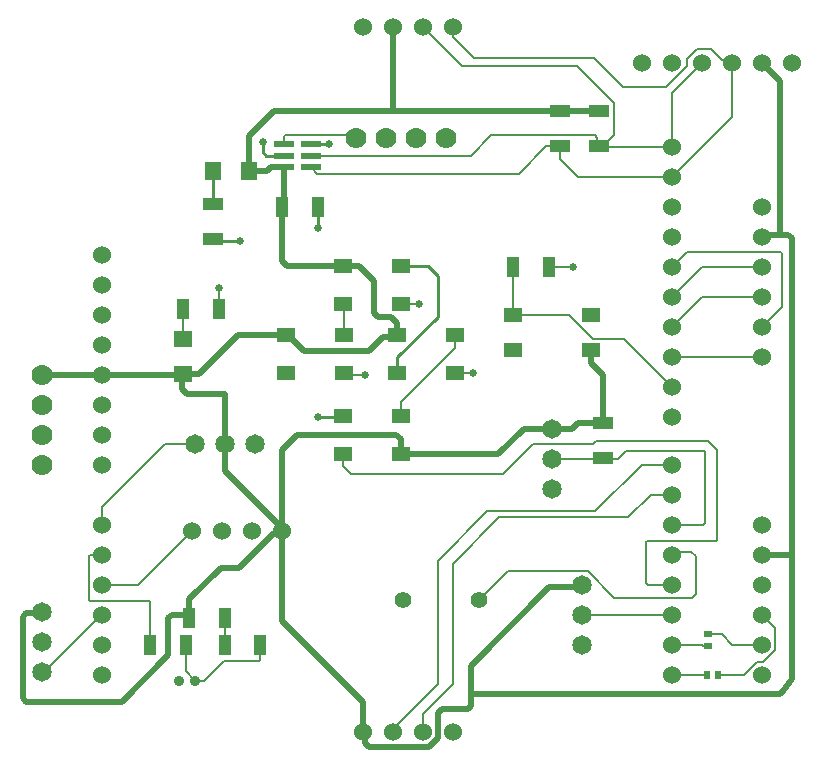
<source format=gtl>
G04*
G04 #@! TF.GenerationSoftware,Altium Limited,Altium Designer,24.3.1 (35)*
G04*
G04 Layer_Physical_Order=1*
G04 Layer_Color=255*
%FSLAX44Y44*%
%MOMM*%
G71*
G04*
G04 #@! TF.SameCoordinates,5EED45F6-1682-4EC0-A4BB-04ECB5DEF22F*
G04*
G04*
G04 #@! TF.FilePolarity,Positive*
G04*
G01*
G75*
%ADD10C,0.2540*%
%ADD12C,0.1524*%
%ADD15R,0.6000X0.7000*%
%ADD16R,0.7000X0.6000*%
G04:AMPARAMS|DCode=17|XSize=1.61mm|YSize=0.59mm|CornerRadius=0.0738mm|HoleSize=0mm|Usage=FLASHONLY|Rotation=180.000|XOffset=0mm|YOffset=0mm|HoleType=Round|Shape=RoundedRectangle|*
%AMROUNDEDRECTD17*
21,1,1.6100,0.4425,0,0,180.0*
21,1,1.4625,0.5900,0,0,180.0*
1,1,0.1475,-0.7313,0.2213*
1,1,0.1475,0.7313,0.2213*
1,1,0.1475,0.7313,-0.2213*
1,1,0.1475,-0.7313,-0.2213*
%
%ADD17ROUNDEDRECTD17*%
%ADD18R,1.1176X1.8034*%
%ADD19R,1.5000X1.2000*%
%ADD20R,1.8034X1.1176*%
%ADD21R,1.5748X1.2065*%
%ADD22R,1.3970X1.6002*%
%ADD23R,1.6002X1.3970*%
%ADD37C,0.5080*%
%ADD38C,1.6500*%
%ADD39C,1.5240*%
%ADD40C,1.7780*%
%ADD41C,1.4080*%
%ADD42C,0.9000*%
%ADD43C,0.6350*%
D10*
X266700Y254000D02*
X287147D01*
X219710Y477879D02*
Y486410D01*
Y477879D02*
X222538Y475051D01*
X237399D01*
X237470Y474980D01*
X260370Y484480D02*
X260700Y484810D01*
X275260D01*
X275590Y485140D01*
X177800Y434086D02*
Y462026D01*
X178054Y462280D01*
X266700Y414020D02*
Y431546D01*
X266446Y431800D02*
X266700Y431546D01*
X179324Y402590D02*
X200660D01*
X177800Y404114D02*
X179324Y402590D01*
X333756Y304174D02*
X368300Y338718D01*
X333756Y291211D02*
Y304174D01*
X336804Y381889D02*
X359791D01*
X368300Y373380D01*
Y338718D02*
Y373380D01*
X288544Y291211D02*
X290195Y289560D01*
X288036Y349631D02*
X288544Y349123D01*
X336804Y349631D02*
X337693Y350520D01*
X382524Y291211D02*
X383413Y292100D01*
X287147Y254000D02*
X288036Y254889D01*
X507746Y218440D02*
X508000Y218694D01*
D12*
X337693Y350520D02*
X338963Y349250D01*
X351790D01*
X383413Y292100D02*
X384683Y290830D01*
X397510D01*
X290195Y289560D02*
X306070D01*
X596900Y69850D02*
X608330D01*
X617220Y60960D02*
X642620D01*
X608330Y69850D02*
X617220Y60960D01*
X593010Y59850D02*
X596900D01*
X591900Y60960D02*
X593010Y59850D01*
X566420Y60960D02*
X591900D01*
X642620Y86360D02*
X653542Y75438D01*
Y56436D02*
Y75438D01*
X638096Y46482D02*
X643588D01*
X627174Y35560D02*
X638096Y46482D01*
X643588D02*
X653542Y56436D01*
X605630Y35560D02*
X627174D01*
X566420D02*
X595630D01*
X462026Y381000D02*
X482600D01*
X398780Y557530D02*
X500380D01*
X381123Y575187D02*
Y584077D01*
X381000Y584200D02*
X381123Y584077D01*
Y575187D02*
X398780Y557530D01*
X579120Y556466D02*
X587804Y565150D01*
X579120Y550974D02*
Y556466D01*
X561546Y533400D02*
X579120Y550974D01*
X524510Y533400D02*
X561546D01*
X500380Y557530D02*
X524510Y533400D01*
X587804Y565150D02*
X599440D01*
X608564Y556026D01*
X614914D01*
X617220Y553720D01*
X566420Y381000D02*
X579120Y393700D01*
X658237D02*
X659130Y392807D01*
Y346710D02*
Y392807D01*
X579120Y393700D02*
X658237D01*
X642620Y330200D02*
X659130Y346710D01*
X154686Y38354D02*
X162560Y30480D01*
X170180D01*
X448310Y231140D02*
X499110D01*
X422910Y205740D02*
X448310Y231140D01*
X499110D02*
X501650Y233680D01*
X596900D01*
X604520Y226060D01*
X294640Y205740D02*
X422910D01*
X594360Y164048D02*
Y223897D01*
X527050Y224790D02*
X593467D01*
X520700Y218440D02*
X527050Y224790D01*
X593467D02*
X594360Y223897D01*
X507746Y218440D02*
X520700D01*
X592872Y162560D02*
X594360Y164048D01*
X186690Y46990D02*
X217039D01*
X170180Y30480D02*
X186690Y46990D01*
X217039D02*
X217932Y47883D01*
Y60960D01*
X154686Y38354D02*
Y60960D01*
X566420Y137160D02*
X568960Y139700D01*
X582712D02*
X586740Y135672D01*
X568960Y139700D02*
X582712D01*
X517479Y100838D02*
X583438D01*
X586740Y104140D02*
Y135672D01*
X583438Y100838D02*
X586740Y104140D01*
X546100Y111760D02*
X566420D01*
X544287Y113573D02*
Y147697D01*
Y113573D02*
X546100Y111760D01*
X604520Y149483D02*
Y226060D01*
X544287Y147697D02*
X545179Y148590D01*
X603627D02*
X604520Y149483D01*
X545179Y148590D02*
X603627D01*
X436880Y459740D02*
X459994Y482854D01*
X266110Y459740D02*
X436880D01*
X260370Y465480D02*
X266110Y459740D01*
X396240Y474980D02*
X413512Y492252D01*
X260370Y474980D02*
X396240D01*
X413512Y492252D02*
X500888D01*
X459994Y482854D02*
X471170D01*
Y472440D02*
Y482854D01*
Y472440D02*
X486410Y457200D01*
X566420D01*
X471170Y482854D02*
X474599D01*
X500888Y492252D02*
X503305Y489835D01*
X507619Y482600D02*
X566420D01*
X503305Y483739D02*
X504190Y482854D01*
X503305Y483739D02*
Y489835D01*
X504190Y482854D02*
X507619D01*
X237470Y490637D02*
X238958Y492125D01*
X237470Y484480D02*
Y490637D01*
X238958Y492125D02*
X296545D01*
X298450Y490220D01*
X388919Y550881D02*
X486128D01*
X517017Y519992D01*
Y492252D02*
Y519992D01*
X566420Y482600D02*
Y528320D01*
X507619Y482854D02*
X517017Y492252D01*
X355600Y584200D02*
X388919Y550881D01*
X566420Y457200D02*
X617220Y508000D01*
Y553720D01*
X566420Y355600D02*
X591820Y381000D01*
X642620D01*
X566420Y330200D02*
X591820Y355600D01*
X642620D01*
X566420Y304800D02*
X642620D01*
X566420Y528320D02*
X591820Y553720D01*
X330200Y-12700D02*
Y-10160D01*
X368300Y132080D02*
X409992Y173772D01*
X368300Y27940D02*
Y132080D01*
X330200Y-10160D02*
X368300Y27940D01*
X355600Y2540D02*
X381000Y27940D01*
X355600Y-12700D02*
Y2540D01*
X381000Y27940D02*
Y129540D01*
X33020Y38100D02*
X34290D01*
X82550Y86360D01*
X83820D01*
X381000Y129540D02*
X420152Y168692D01*
X528936D01*
X409992Y173772D02*
X501432D01*
X541020Y213360D02*
X566420D01*
X501432Y173772D02*
X541020Y213360D01*
X548204Y187960D02*
X566420D01*
X528936Y168692D02*
X548204Y187960D01*
X495005Y123312D02*
X517479Y100838D01*
X403340Y99060D02*
X427592Y123312D01*
X495005D01*
X490220Y86360D02*
X566420D01*
X288036Y212344D02*
X294640Y205740D01*
X152400Y320040D02*
Y345186D01*
X152654Y345440D01*
X336804Y266319D02*
X382524Y312039D01*
X336804Y254889D02*
Y266319D01*
X382524Y312039D02*
Y323469D01*
X288036Y212344D02*
Y222631D01*
X288544Y323469D02*
Y349123D01*
X182626Y345440D02*
X182880Y345694D01*
Y363220D01*
X431820Y380766D02*
X432054Y381000D01*
X431820Y340120D02*
Y380766D01*
X525890Y319930D02*
X566420Y279400D01*
X499122Y319930D02*
X525890D01*
X478932Y340120D02*
X499122Y319930D01*
X431820Y340120D02*
X478932D01*
X464820Y218440D02*
X507746D01*
X566420Y162560D02*
X592872D01*
X83820Y111760D02*
X114300D01*
X160020Y157480D01*
X83820Y162560D02*
Y177800D01*
X137160Y231140D01*
X162560D01*
X73283Y137160D02*
X83820D01*
X72390Y136267D02*
X73283Y137160D01*
X72390Y98683D02*
Y136267D01*
X123821Y97790D02*
X124714Y96897D01*
Y60960D02*
Y96897D01*
X73283Y97790D02*
X123821D01*
X72390Y98683D02*
X73283Y97790D01*
X187960Y60960D02*
Y83566D01*
X187706Y83820D02*
X187960Y83566D01*
X154320Y60594D02*
X154686Y60960D01*
D15*
X605630Y35560D02*
D03*
X595630D02*
D03*
D16*
X596900Y69850D02*
D03*
Y59850D02*
D03*
D17*
X260370Y484480D02*
D03*
Y474980D02*
D03*
Y465480D02*
D03*
X237470D02*
D03*
Y474980D02*
D03*
Y484480D02*
D03*
D18*
X154686Y60960D02*
D03*
X124714D02*
D03*
X266446Y431800D02*
D03*
X236474D02*
D03*
X182626Y345440D02*
D03*
X152654D02*
D03*
X217932Y60960D02*
D03*
X187960D02*
D03*
X157734Y83820D02*
D03*
X187706D02*
D03*
X432054Y381000D02*
D03*
X462026D02*
D03*
D19*
X497820Y340120D02*
D03*
X431820Y310120D02*
D03*
Y340120D02*
D03*
X497820Y310120D02*
D03*
D20*
X471170Y512826D02*
D03*
Y482854D02*
D03*
X177800Y404114D02*
D03*
Y434086D02*
D03*
X508000Y248666D02*
D03*
Y218694D02*
D03*
X504190Y482854D02*
D03*
Y512826D02*
D03*
D21*
X382524Y323469D02*
D03*
X333756D02*
D03*
X382524Y291211D02*
D03*
X333756D02*
D03*
X288544Y323469D02*
D03*
X239776D02*
D03*
X288544Y291211D02*
D03*
X239776D02*
D03*
X336804Y381889D02*
D03*
X288036D02*
D03*
X336804Y349631D02*
D03*
X288036D02*
D03*
Y222631D02*
D03*
X336804D02*
D03*
X288036Y254889D02*
D03*
X336804D02*
D03*
D22*
X178054Y462280D02*
D03*
X208026D02*
D03*
D23*
X152400Y320040D02*
D03*
Y290068D02*
D03*
D37*
X16510Y15676D02*
Y84635D01*
X19486Y87611D02*
X31731D01*
X16510Y84635D02*
X19486Y87611D01*
X16510Y15676D02*
X19486Y12700D01*
X100330D01*
X31731Y87611D02*
X33020Y88900D01*
X440690Y243840D02*
X464820D01*
X336804Y222631D02*
X419481D01*
X440690Y243840D01*
X464820D02*
X482012D01*
X657860Y407988D02*
X664887D01*
X657860D02*
Y538480D01*
X642620Y406400D02*
X644208Y407988D01*
X657860D01*
X667863Y137160D02*
Y405012D01*
X664887Y407988D02*
X667863Y405012D01*
Y31848D02*
Y137160D01*
X642620Y553720D02*
X657860Y538480D01*
X139700Y52070D02*
Y83384D01*
X100330Y12700D02*
X139700Y52070D01*
X642620Y137160D02*
X666750D01*
X660400Y22026D02*
X667863Y31848D01*
X208026Y491236D02*
X229498Y512708D01*
X330200D01*
Y584200D01*
Y512708D02*
X471052D01*
X471170Y512826D02*
X504190D01*
X208026Y462280D02*
Y491236D01*
X330200Y584200D02*
X330200Y584200D01*
X236474Y385826D02*
X240411Y381889D01*
X236474Y385826D02*
Y431800D01*
X240411Y381889D02*
X288036D01*
X226558Y465480D02*
X237470D01*
X208026Y462280D02*
X223358D01*
X226558Y465480D01*
X237470Y432796D02*
Y465480D01*
X236474Y431800D02*
X237470Y432796D01*
X396240Y20320D02*
Y43180D01*
X462635Y109575D02*
X488035D01*
X396240Y43180D02*
X462635Y109575D01*
X397510Y19050D02*
X657424D01*
X660400Y22026D01*
X396240Y9326D02*
Y20320D01*
X397510Y19050D01*
X309444Y-25400D02*
X360860D01*
X306468Y-22424D02*
Y-14368D01*
Y-22424D02*
X309444Y-25400D01*
X304800Y-12700D02*
X306468Y-14368D01*
X371276Y6350D02*
X393264D01*
X368300Y-17960D02*
Y3374D01*
X393264Y6350D02*
X396240Y9326D01*
X368300Y3374D02*
X371276Y6350D01*
X360860Y-25400D02*
X368300Y-17960D01*
X304800Y-12700D02*
Y12700D01*
X239776Y323469D02*
X241618D01*
X199009D02*
X239776D01*
X236220Y81280D02*
X304800Y12700D01*
X321351Y321351D02*
X331638D01*
X255207Y309880D02*
X309880D01*
X331638Y321351D02*
X333756Y323469D01*
X309880Y309880D02*
X321351Y321351D01*
X241618Y323469D02*
X255207Y309880D01*
X488035Y109575D02*
X490220Y111760D01*
X236220Y81280D02*
Y157480D01*
X234276Y155536D02*
X236220Y157480D01*
X184187Y125767D02*
X199427D01*
X229196Y155536D02*
X234276D01*
X199427Y125767D02*
X229196Y155536D01*
X157734Y99314D02*
X184187Y125767D01*
X157734Y83820D02*
Y99314D01*
X139700Y83384D02*
X142676Y86360D01*
X155194D01*
X157734Y83820D01*
X165608Y290068D02*
X199009Y323469D01*
X152400Y290068D02*
X165608D01*
X151892Y277368D02*
Y289560D01*
Y277368D02*
X155936Y273324D01*
X187789D01*
X236220Y160020D02*
Y226060D01*
Y157480D02*
Y160020D01*
X332740Y238760D02*
X336804Y234696D01*
X248920Y238760D02*
X332740D01*
X336804Y222631D02*
Y234696D01*
X314098Y341494D02*
X317074Y338518D01*
X314098Y341494D02*
Y369162D01*
X317074Y338518D02*
X328549D01*
X301371Y381889D02*
X314098Y369162D01*
X333756Y323469D02*
Y333312D01*
X328549Y338518D02*
X333756Y333312D01*
X288036Y381889D02*
X301371D01*
X187789Y231311D02*
Y273324D01*
X187960Y208280D02*
Y231140D01*
Y208280D02*
X236220Y160020D01*
Y226060D02*
X248920Y238760D01*
X497820Y310120D02*
X498084Y309856D01*
Y299476D02*
X508000Y289560D01*
Y248666D02*
Y289560D01*
X498084Y299476D02*
Y309856D01*
X482012Y243840D02*
X486838Y248666D01*
X508000D01*
X83820Y289560D02*
X151892D01*
X152400Y290068D01*
X33020Y289560D02*
X83820D01*
D38*
X464820Y243840D02*
D03*
Y218440D02*
D03*
Y193040D02*
D03*
X490220Y111760D02*
D03*
Y86360D02*
D03*
Y60960D02*
D03*
X213360Y231140D02*
D03*
X187960D02*
D03*
X162560D02*
D03*
X33020Y38100D02*
D03*
Y63500D02*
D03*
Y88900D02*
D03*
D39*
X566420Y254000D02*
D03*
Y279400D02*
D03*
Y304800D02*
D03*
Y330200D02*
D03*
Y355600D02*
D03*
Y381000D02*
D03*
Y406400D02*
D03*
Y431800D02*
D03*
Y457200D02*
D03*
Y482600D02*
D03*
X642620Y35560D02*
D03*
Y60960D02*
D03*
Y86360D02*
D03*
Y111760D02*
D03*
Y137160D02*
D03*
Y162560D02*
D03*
X160020Y157480D02*
D03*
X185420D02*
D03*
X210820D02*
D03*
X236220D02*
D03*
X381000Y-12700D02*
D03*
X355600D02*
D03*
X330200D02*
D03*
X304800D02*
D03*
Y584200D02*
D03*
X330200D02*
D03*
X355600D02*
D03*
X381000D02*
D03*
X541020Y553720D02*
D03*
X566420D02*
D03*
X591820D02*
D03*
X617220D02*
D03*
X642620D02*
D03*
X668020D02*
D03*
X83820Y35560D02*
D03*
Y60960D02*
D03*
Y86360D02*
D03*
Y111760D02*
D03*
Y137160D02*
D03*
Y162560D02*
D03*
Y213360D02*
D03*
Y238760D02*
D03*
Y264160D02*
D03*
Y289560D02*
D03*
Y314960D02*
D03*
Y340360D02*
D03*
Y365760D02*
D03*
Y391160D02*
D03*
X566420Y35560D02*
D03*
Y60960D02*
D03*
Y86360D02*
D03*
Y111760D02*
D03*
Y137160D02*
D03*
Y162560D02*
D03*
Y187960D02*
D03*
Y213360D02*
D03*
X642620Y431800D02*
D03*
Y406400D02*
D03*
Y381000D02*
D03*
Y355600D02*
D03*
Y330200D02*
D03*
Y304800D02*
D03*
D40*
X33020Y238760D02*
D03*
Y213360D02*
D03*
Y289560D02*
D03*
Y264160D02*
D03*
X323850Y490220D02*
D03*
X298450D02*
D03*
X374650D02*
D03*
X349250D02*
D03*
D41*
X338340Y99060D02*
D03*
X403340D02*
D03*
D42*
X148560Y30480D02*
D03*
X162560D02*
D03*
D43*
X351790Y349250D02*
D03*
X397510Y290830D02*
D03*
X306070Y289560D02*
D03*
X266700Y254000D02*
D03*
X482600Y381000D02*
D03*
X219710Y486410D02*
D03*
X275590Y485140D02*
D03*
X266700Y414020D02*
D03*
X200660Y402590D02*
D03*
X182880Y363220D02*
D03*
M02*

</source>
